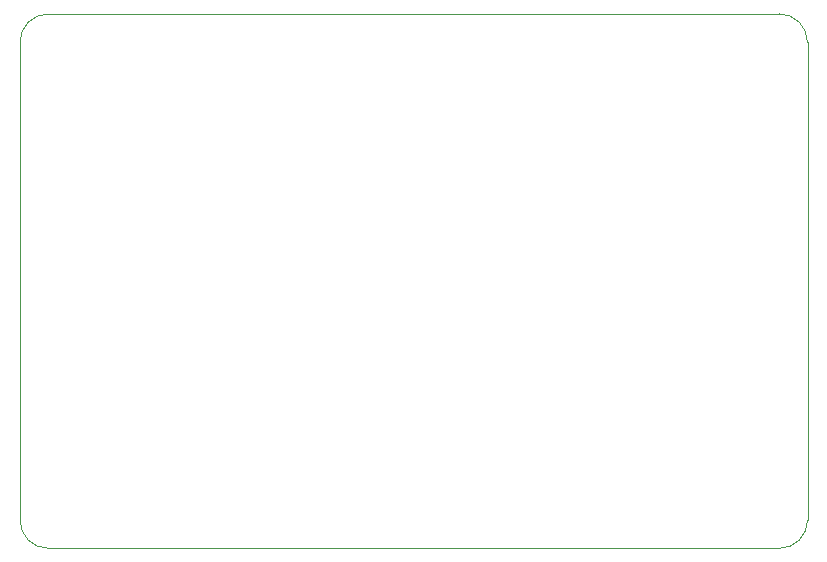
<source format=gbr>
%TF.GenerationSoftware,KiCad,Pcbnew,(5.1.9)-1*%
%TF.CreationDate,2021-02-14T16:54:30-05:00*%
%TF.ProjectId,keeb,6b656562-2e6b-4696-9361-645f70636258,rev?*%
%TF.SameCoordinates,Original*%
%TF.FileFunction,Profile,NP*%
%FSLAX46Y46*%
G04 Gerber Fmt 4.6, Leading zero omitted, Abs format (unit mm)*
G04 Created by KiCad (PCBNEW (5.1.9)-1) date 2021-02-14 16:54:30*
%MOMM*%
%LPD*%
G01*
G04 APERTURE LIST*
%TA.AperFunction,Profile*%
%ADD10C,0.050000*%
%TD*%
G04 APERTURE END LIST*
D10*
X157162500Y-161925000D02*
G75*
G02*
X154781250Y-164306250I-2381250J0D01*
G01*
X90487500Y-121443750D02*
G75*
G02*
X92868750Y-119062500I2381250J0D01*
G01*
X92868750Y-164306250D02*
G75*
G02*
X90487500Y-161925000I0J2381250D01*
G01*
X154781250Y-119062500D02*
G75*
G02*
X157162500Y-121443750I0J-2381250D01*
G01*
X157162500Y-121443750D02*
X157162500Y-161925000D01*
X92868750Y-164306250D02*
X154781250Y-164306250D01*
X90487500Y-121443750D02*
X90487500Y-161925000D01*
X92868750Y-119062500D02*
X154781250Y-119062500D01*
M02*

</source>
